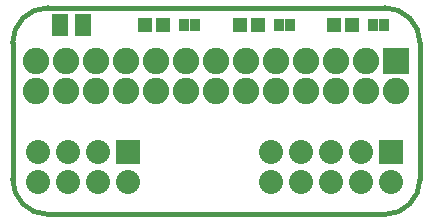
<source format=gts>
%FSLAX34Y34*%
G04 Gerber Fmt 3.4, Leading zero omitted, Abs format*
G04 (created by PCBNEW (2014-03-19 BZR 4756)-product) date Tue 03 Jun 2014 23:20:07 BST*
%MOIN*%
G01*
G70*
G90*
G04 APERTURE LIST*
%ADD10C,0.005906*%
%ADD11C,0.015000*%
%ADD12R,0.055000X0.075000*%
%ADD13R,0.080000X0.080000*%
%ADD14C,0.080000*%
%ADD15R,0.035700X0.043600*%
%ADD16R,0.051400X0.051400*%
%ADD17R,0.088000X0.088000*%
%ADD18O,0.088000X0.088000*%
G04 APERTURE END LIST*
G54D10*
G54D11*
X56535Y-39566D02*
X67756Y-39566D01*
X55354Y-45275D02*
X55354Y-40747D01*
X56535Y-46456D02*
X67756Y-46456D01*
X68937Y-45275D02*
X68937Y-40747D01*
X55354Y-45275D02*
G75*
G03X56535Y-46456I1181J0D01*
G74*
G01*
X56535Y-39566D02*
G75*
G03X55354Y-40747I0J-1181D01*
G74*
G01*
X67756Y-46456D02*
G75*
G03X68937Y-45275I0J1181D01*
G74*
G01*
X68937Y-40747D02*
G75*
G03X67756Y-39566I-1181J0D01*
G74*
G01*
G54D12*
X57698Y-40157D03*
X56948Y-40157D03*
G54D13*
X59216Y-44381D03*
G54D14*
X59216Y-45381D03*
X58216Y-44381D03*
X58216Y-45381D03*
X57216Y-44381D03*
X57216Y-45381D03*
X56216Y-44381D03*
X56216Y-45381D03*
G54D15*
X67382Y-40157D03*
X67736Y-40157D03*
X64232Y-40157D03*
X64586Y-40157D03*
X61083Y-40157D03*
X61437Y-40157D03*
G54D16*
X66083Y-40157D03*
X66673Y-40157D03*
X62933Y-40157D03*
X63523Y-40157D03*
X59784Y-40157D03*
X60374Y-40157D03*
G54D17*
X68146Y-41330D03*
G54D18*
X68146Y-42330D03*
X67146Y-41330D03*
X67146Y-42330D03*
X66146Y-41330D03*
X66146Y-42330D03*
X65146Y-41330D03*
X65146Y-42330D03*
X64146Y-41330D03*
X64146Y-42330D03*
X63146Y-41330D03*
X63146Y-42330D03*
X62146Y-41330D03*
X62146Y-42330D03*
X61146Y-41330D03*
X61146Y-42330D03*
X60146Y-41330D03*
X60146Y-42330D03*
X59146Y-41330D03*
X59146Y-42330D03*
X58146Y-41330D03*
X58146Y-42330D03*
X57146Y-41330D03*
X57146Y-42330D03*
X56146Y-41330D03*
X56146Y-42330D03*
G54D13*
X67984Y-44381D03*
G54D14*
X67984Y-45381D03*
X66984Y-44381D03*
X66984Y-45381D03*
X65984Y-44381D03*
X65984Y-45381D03*
X64984Y-44381D03*
X64984Y-45381D03*
X63984Y-44381D03*
X63984Y-45381D03*
M02*

</source>
